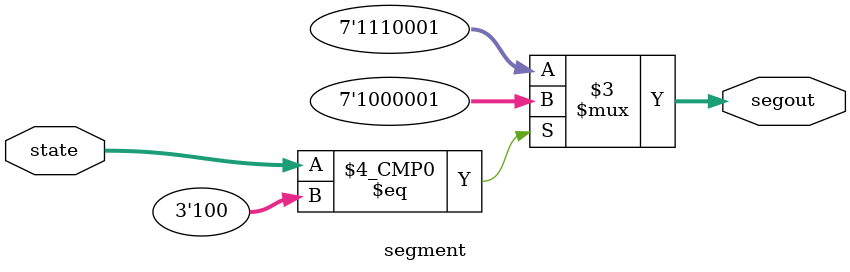
<source format=v>
`timescale 1ns / 1ps
module segment(input [2:0] state ,output reg [6:0] segout);
always @(state)
    begin
case(state)
  3'b100: segout= 7'b1000_001;
  default: segout= 7'b1110_001;
   endcase
   end
endmodule

</source>
